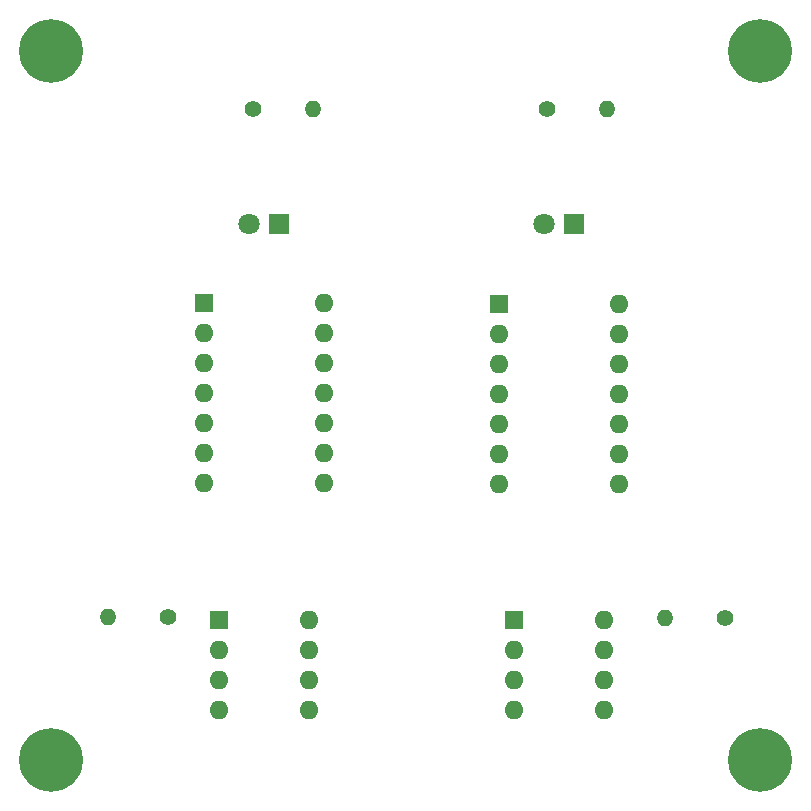
<source format=gbr>
%TF.GenerationSoftware,KiCad,Pcbnew,7.0.7*%
%TF.CreationDate,2023-10-30T18:04:53-04:00*%
%TF.ProjectId,TEJ4M-Unit-4-07,54454a34-4d2d-4556-9e69-742d342d3037,rev?*%
%TF.SameCoordinates,Original*%
%TF.FileFunction,Soldermask,Bot*%
%TF.FilePolarity,Negative*%
%FSLAX46Y46*%
G04 Gerber Fmt 4.6, Leading zero omitted, Abs format (unit mm)*
G04 Created by KiCad (PCBNEW 7.0.7) date 2023-10-30 18:04:53*
%MOMM*%
%LPD*%
G01*
G04 APERTURE LIST*
%ADD10C,1.400000*%
%ADD11O,1.400000X1.400000*%
%ADD12C,5.400000*%
%ADD13O,1.600000X1.600000*%
%ADD14R,1.600000X1.600000*%
%ADD15R,1.800000X1.800000*%
%ADD16C,1.800000*%
G04 APERTURE END LIST*
D10*
%TO.C,R4*%
X99900000Y-107925000D03*
D11*
X94820000Y-107925000D03*
%TD*%
%TO.C,R3*%
X142000000Y-108000000D03*
D10*
X147080000Y-108000000D03*
%TD*%
%TO.C,R2*%
X107100000Y-64925000D03*
D11*
X112180000Y-64925000D03*
%TD*%
D10*
%TO.C,R1*%
X132000000Y-64925000D03*
D11*
X137080000Y-64925000D03*
%TD*%
D12*
%TO.C,H4*%
X90000000Y-120000000D03*
%TD*%
%TO.C,H3*%
X150000000Y-120000000D03*
%TD*%
%TO.C,H2*%
X150000000Y-60000000D03*
%TD*%
%TO.C,H1*%
X90000000Y-60000000D03*
%TD*%
D13*
%TO.C,U4*%
X136820000Y-108200000D03*
X136820000Y-110740000D03*
X136820000Y-113280000D03*
X136820000Y-115820000D03*
X129200000Y-115820000D03*
X129200000Y-113280000D03*
X129200000Y-110740000D03*
D14*
X129200000Y-108200000D03*
%TD*%
%TO.C,U3*%
X104200000Y-108200000D03*
D13*
X104200000Y-110740000D03*
X104200000Y-113280000D03*
X104200000Y-115820000D03*
X111820000Y-115820000D03*
X111820000Y-113280000D03*
X111820000Y-110740000D03*
X111820000Y-108200000D03*
%TD*%
D14*
%TO.C,U2*%
X127900000Y-81375000D03*
D13*
X127900000Y-83915000D03*
X127900000Y-86455000D03*
X127900000Y-88995000D03*
X127900000Y-91535000D03*
X127900000Y-94075000D03*
X127900000Y-96615000D03*
X138060000Y-96615000D03*
X138060000Y-94075000D03*
X138060000Y-91535000D03*
X138060000Y-88995000D03*
X138060000Y-86455000D03*
X138060000Y-83915000D03*
X138060000Y-81375000D03*
%TD*%
D15*
%TO.C,D2*%
X109250000Y-74600000D03*
D16*
X106710000Y-74600000D03*
%TD*%
%TO.C,D1*%
X131710000Y-74600000D03*
D15*
X134250000Y-74600000D03*
%TD*%
D14*
%TO.C,U1*%
X102900000Y-81300000D03*
D13*
X102900000Y-83840000D03*
X102900000Y-86380000D03*
X102900000Y-88920000D03*
X102900000Y-91460000D03*
X102900000Y-94000000D03*
X102900000Y-96540000D03*
X113060000Y-96540000D03*
X113060000Y-94000000D03*
X113060000Y-91460000D03*
X113060000Y-88920000D03*
X113060000Y-86380000D03*
X113060000Y-83840000D03*
X113060000Y-81300000D03*
%TD*%
M02*

</source>
